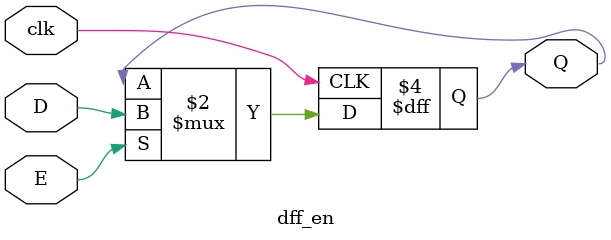
<source format=v>
module dff_en(E, D, Q, clk);
	input E, D, clk;
	output reg Q;

	always @(posedge clk) begin
		if (E) 
			Q <= D;
	end

endmodule
</source>
